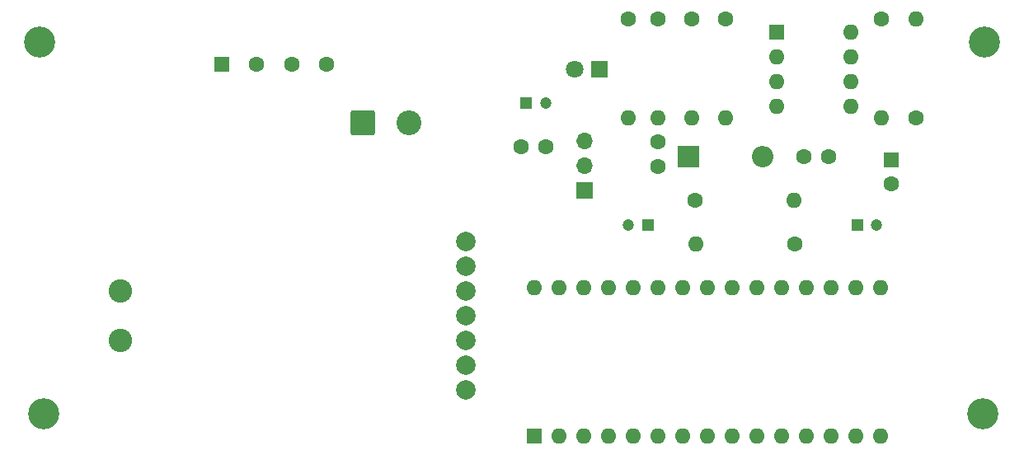
<source format=gbs>
%TF.GenerationSoftware,KiCad,Pcbnew,8.0.8-8.0.8-0~ubuntu24.04.1*%
%TF.CreationDate,2025-02-23T19:20:43-07:00*%
%TF.ProjectId,Speedometer,53706565-646f-46d6-9574-65722e6b6963,v1*%
%TF.SameCoordinates,Original*%
%TF.FileFunction,Soldermask,Bot*%
%TF.FilePolarity,Negative*%
%FSLAX46Y46*%
G04 Gerber Fmt 4.6, Leading zero omitted, Abs format (unit mm)*
G04 Created by KiCad (PCBNEW 8.0.8-8.0.8-0~ubuntu24.04.1) date 2025-02-23 19:20:43*
%MOMM*%
%LPD*%
G01*
G04 APERTURE LIST*
G04 Aperture macros list*
%AMRoundRect*
0 Rectangle with rounded corners*
0 $1 Rounding radius*
0 $2 $3 $4 $5 $6 $7 $8 $9 X,Y pos of 4 corners*
0 Add a 4 corners polygon primitive as box body*
4,1,4,$2,$3,$4,$5,$6,$7,$8,$9,$2,$3,0*
0 Add four circle primitives for the rounded corners*
1,1,$1+$1,$2,$3*
1,1,$1+$1,$4,$5*
1,1,$1+$1,$6,$7*
1,1,$1+$1,$8,$9*
0 Add four rect primitives between the rounded corners*
20,1,$1+$1,$2,$3,$4,$5,0*
20,1,$1+$1,$4,$5,$6,$7,0*
20,1,$1+$1,$6,$7,$8,$9,0*
20,1,$1+$1,$8,$9,$2,$3,0*%
G04 Aperture macros list end*
%ADD10C,2.004000*%
%ADD11C,2.404000*%
%ADD12R,1.800000X1.800000*%
%ADD13C,1.800000*%
%ADD14C,1.600000*%
%ADD15O,1.600000X1.600000*%
%ADD16R,1.600000X1.600000*%
%ADD17R,1.200000X1.200000*%
%ADD18C,1.200000*%
%ADD19C,3.200000*%
%ADD20RoundRect,0.249999X-1.025001X-1.025001X1.025001X-1.025001X1.025001X1.025001X-1.025001X1.025001X0*%
%ADD21C,2.550000*%
%ADD22RoundRect,0.250000X-0.550000X-0.550000X0.550000X-0.550000X0.550000X0.550000X-0.550000X0.550000X0*%
%ADD23R,2.200000X2.200000*%
%ADD24O,2.200000X2.200000*%
%ADD25R,1.700000X1.700000*%
%ADD26O,1.700000X1.700000*%
G04 APERTURE END LIST*
D10*
%TO.C,UNIT_1*%
X112260000Y-87470000D03*
X112260000Y-84930000D03*
X112260000Y-82390000D03*
X112260000Y-79850000D03*
X112260000Y-77310000D03*
X112260000Y-74770000D03*
X112260000Y-72230000D03*
D11*
X76820000Y-82370000D03*
X76840000Y-77290000D03*
%TD*%
D12*
%TO.C,D1*%
X126040000Y-54500000D03*
D13*
X123500000Y-54500000D03*
%TD*%
D14*
%TO.C,C2*%
X118000000Y-62500000D03*
X120500000Y-62500000D03*
%TD*%
%TO.C,R1*%
X129000000Y-49340000D03*
D15*
X129000000Y-59500000D03*
%TD*%
D14*
%TO.C,R3*%
X135500000Y-49340000D03*
D15*
X135500000Y-59500000D03*
%TD*%
D16*
%TO.C,UNIT_2*%
X119340000Y-92240000D03*
D15*
X121880000Y-92240000D03*
X124420000Y-92240000D03*
X126960000Y-92240000D03*
X129500000Y-92240000D03*
X132040000Y-92240000D03*
X134580000Y-92240000D03*
X137120000Y-92240000D03*
X139660000Y-92240000D03*
X142200000Y-92240000D03*
X144740000Y-92240000D03*
X147280000Y-92240000D03*
X149820000Y-92240000D03*
X152360000Y-92240000D03*
X154900000Y-92240000D03*
X154900000Y-77000000D03*
X152360000Y-77000000D03*
X149820000Y-77000000D03*
X147280000Y-77000000D03*
X144740000Y-77000000D03*
X142200000Y-77000000D03*
X139660000Y-77000000D03*
X137120000Y-77000000D03*
X134580000Y-77000000D03*
X132040000Y-77000000D03*
X129500000Y-77000000D03*
X126960000Y-77000000D03*
X124420000Y-77000000D03*
X121880000Y-77000000D03*
X119340000Y-77000000D03*
%TD*%
D17*
%TO.C,C1*%
X118500000Y-58000000D03*
D18*
X120500000Y-58000000D03*
%TD*%
D14*
%TO.C,R7*%
X135840000Y-68000000D03*
D15*
X146000000Y-68000000D03*
%TD*%
D14*
%TO.C,C3*%
X132000000Y-62000000D03*
X132000000Y-64500000D03*
%TD*%
D19*
%TO.C,H1*%
X68570000Y-51750000D03*
%TD*%
D14*
%TO.C,R2*%
X132000000Y-49340000D03*
D15*
X132000000Y-59500000D03*
%TD*%
D19*
%TO.C,H3*%
X165390000Y-89960000D03*
%TD*%
%TO.C,H4*%
X68980000Y-89960000D03*
%TD*%
D14*
%TO.C,R5*%
X158500000Y-59500000D03*
D15*
X158500000Y-49340000D03*
%TD*%
D17*
%TO.C,C6*%
X152500000Y-70500000D03*
D18*
X154500000Y-70500000D03*
%TD*%
D20*
%TO.C,J1*%
X101700000Y-60000000D03*
D21*
X106500000Y-60000000D03*
%TD*%
D14*
%TO.C,R6*%
X155000000Y-49340000D03*
D15*
X155000000Y-59500000D03*
%TD*%
D22*
%TO.C,J2*%
X87200000Y-54000000D03*
D14*
X90800000Y-54000000D03*
X94400000Y-54000000D03*
X98000000Y-54000000D03*
%TD*%
%TO.C,C4*%
X147020000Y-63500000D03*
X149520000Y-63500000D03*
%TD*%
D16*
%TO.C,U2*%
X144200000Y-50700000D03*
D15*
X144200000Y-53240000D03*
X144200000Y-55780000D03*
X144200000Y-58320000D03*
X151820000Y-58320000D03*
X151820000Y-55780000D03*
X151820000Y-53240000D03*
X151820000Y-50700000D03*
%TD*%
D16*
%TO.C,C5*%
X156000000Y-63817621D03*
D14*
X156000000Y-66317621D03*
%TD*%
D23*
%TO.C,D2*%
X135190000Y-63500000D03*
D24*
X142810000Y-63500000D03*
%TD*%
D14*
%TO.C,R8*%
X146080000Y-72500000D03*
D15*
X135920000Y-72500000D03*
%TD*%
D19*
%TO.C,H2*%
X165520000Y-51750000D03*
%TD*%
D25*
%TO.C,U1*%
X124500000Y-67000000D03*
D26*
X124500000Y-64460000D03*
X124500000Y-61920000D03*
%TD*%
D14*
%TO.C,R4*%
X139000000Y-49340000D03*
D15*
X139000000Y-59500000D03*
%TD*%
D17*
%TO.C,C7*%
X131000000Y-70500000D03*
D18*
X129000000Y-70500000D03*
%TD*%
M02*

</source>
